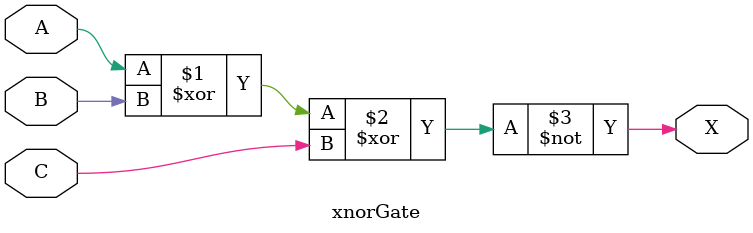
<source format=v>
module xnorGate(A,B,C,X);

    input A,B,C;
    output X;

    // not (V,A);
    // not (W,B);
    // and (X,V,W);
    // and (Y,A,B);
    // or (Z,X,Y);
    assign X = ~(A ^ B ^ C);

endmodule

// XNOR TruthTable
// A B | Y
// 0 0 | 1
// 0 1 | 0
// 1 0 | 0
// 1 1 | 1

// X = A'B' + AB
</source>
